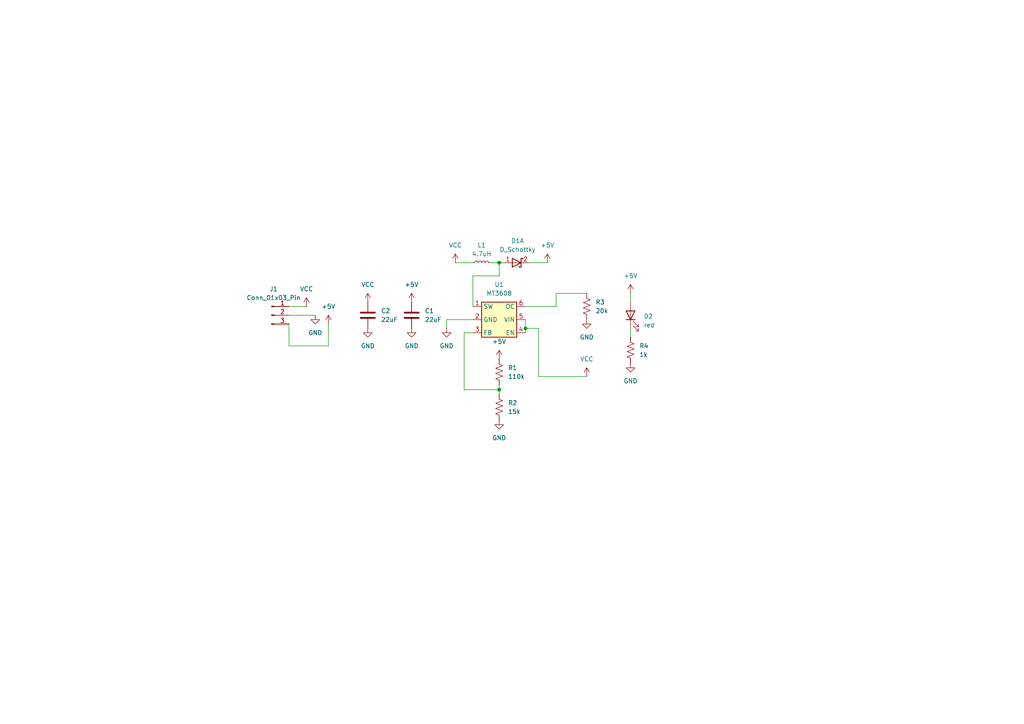
<source format=kicad_sch>
(kicad_sch (version 20250114) (generator "eeschema") (generator_version "9.0")
  (paper "A4")
  (lib_symbols
    (symbol "Connector:Conn_01x03_Pin" (pin_names (offset 1.016) (hide yes))
      (property "Reference" "J" (at 0 5.08 0))
      (property "Value" "Conn_01x03_Pin" (at 0 -5.08 0))
      (symbol "Conn_01x03_Pin_1_1"
        (rectangle (start 0.8636 2.667) (end 0 2.413) (stroke (width 0.1524)) (fill (type outline)))
        (rectangle (start 0.8636 0.127) (end 0 -0.127) (stroke (width 0.1524)) (fill (type outline)))
        (rectangle (start 0.8636 -2.413) (end 0 -2.667) (stroke (width 0.1524)) (fill (type outline)))
        (polyline (pts (xy 1.27 2.54) (xy 0.8636 2.54)) (stroke (width 0.1524)))
        (polyline (pts (xy 1.27 0) (xy 0.8636 0)) (stroke (width 0.1524)))
        (polyline (pts (xy 1.27 -2.54) (xy 0.8636 -2.54)) (stroke (width 0.1524)))
        (pin passive line (at 5.08 2.54 180) (length 3.81) (name "Pin_1") (number "1"))
        (pin passive line (at 5.08 0 180) (length 3.81) (name "Pin_2") (number "2"))
        (pin passive line (at 5.08 -2.54 180) (length 3.81) (name "Pin_3") (number "3"))
      )
    )
    (symbol "Device:C" (pin_numbers (hide yes)) (pin_names (offset 0.254))
      (property "Reference" "C" (at 0.635 2.54 0))
      (property "Value" "C" (at 0.635 -2.54 0))
      (symbol "C_0_1"
        (polyline (pts (xy -2.032 0.762) (xy 2.032 0.762)) (stroke (width 0.508)))
        (polyline (pts (xy -2.032 -0.762) (xy 2.032 -0.762)) (stroke (width 0.508)))
      )
      (symbol "C_1_1"
        (pin passive line (at 0 3.81 270) (length 2.794) (name "~") (number "1"))
        (pin passive line (at 0 -3.81 90) (length 2.794) (name "~") (number "2"))
      )
    )
    (symbol "Device:D_Schottky_Dual_CommonAnode_AKK_Split" (pin_names (offset 0.762) (hide yes))
      (property "Reference" "D" (at 0 2.54 0))
      (property "Value" "D_Schottky_Dual_CommonAnode_AKK_Split" (at 0 -2.54 0))
      (symbol "D_Schottky_Dual_CommonAnode_AKK_Split_0_1"
        (polyline (pts (xy -1.27 1.27) (xy 1.27 0) (xy -1.27 -1.27) (xy -1.27 1.27) (xy -1.27 1.27) (xy -1.27 1.27)) (stroke (width 0.254)))
        (polyline (pts (xy 1.27 0) (xy -1.27 0)))
        (polyline (pts (xy 1.778 1.016) (xy 1.778 1.27) (xy 1.27 1.27) (xy 1.27 -1.27) (xy 0.762 -1.27) (xy 0.762 -1.016)) (stroke (width 0.254)))
        (pin passive line (at -3.81 0 0) (length 2.54) (name "A") (number "1"))
      )
      (symbol "D_Schottky_Dual_CommonAnode_AKK_Split_1_1"
        (pin passive line (at 3.81 0 180) (length 2.54) (name "K") (number "2"))
      )
      (symbol "D_Schottky_Dual_CommonAnode_AKK_Split_2_1"
        (pin passive line (at 3.81 0 180) (length 2.54) (name "K") (number "3"))
      )
    )
    (symbol "Device:LED" (pin_numbers (hide yes)) (pin_names (offset 1.016) (hide yes))
      (property "Reference" "D" (at 0 2.54 0))
      (property "Value" "LED" (at 0 -2.54 0))
      (symbol "LED_0_1"
        (polyline (pts (xy -3.048 -0.762) (xy -4.572 -2.286) (xy -3.81 -2.286) (xy -4.572 -2.286) (xy -4.572 -1.524)))
        (polyline (pts (xy -1.778 -0.762) (xy -3.302 -2.286) (xy -2.54 -2.286) (xy -3.302 -2.286) (xy -3.302 -1.524)))
        (polyline (pts (xy -1.27 0) (xy 1.27 0)))
        (polyline (pts (xy -1.27 -1.27) (xy -1.27 1.27)) (stroke (width 0.254)))
        (polyline (pts (xy 1.27 -1.27) (xy 1.27 1.27) (xy -1.27 0) (xy 1.27 -1.27)) (stroke (width 0.254)))
      )
      (symbol "LED_1_1"
        (pin passive line (at -3.81 0 0) (length 2.54) (name "K") (number "1"))
        (pin passive line (at 3.81 0 180) (length 2.54) (name "A") (number "2"))
      )
    )
    (symbol "Device:L_Small" (pin_numbers (hide yes)) (pin_names (offset 0.254) (hide yes))
      (property "Reference" "L" (at 0.762 1.016 0))
      (property "Value" "L_Small" (at 0.762 -1.016 0))
      (symbol "L_Small_0_1"
        (arc (start 0 2.032) (mid 0.5058 1.524) (end 0 1.016))
        (arc (start 0 1.016) (mid 0.5058 0.508) (end 0 0))
        (arc (start 0 0) (mid 0.5058 -0.508) (end 0 -1.016))
        (arc (start 0 -1.016) (mid 0.5058 -1.524) (end 0 -2.032))
      )
      (symbol "L_Small_1_1"
        (pin passive line (at 0 2.54 270) (length 0.508) (name "~") (number "1"))
        (pin passive line (at 0 -2.54 90) (length 0.508) (name "~") (number "2"))
      )
    )
    (symbol "Device:R_US" (pin_numbers (hide yes)) (pin_names (offset 0))
      (property "Reference" "R" (at 2.54 0 90))
      (property "Value" "R_US" (at -2.54 0 90))
      (symbol "R_US_0_1"
        (polyline (pts (xy 0 2.286) (xy 0 2.54)))
        (polyline (pts (xy 0 2.286) (xy 1.016 1.905) (xy 0 1.524) (xy -1.016 1.143) (xy 0 0.762)))
        (polyline (pts (xy 0 0.762) (xy 1.016 0.381) (xy 0 0) (xy -1.016 -0.381) (xy 0 -0.762)))
        (polyline (pts (xy 0 -0.762) (xy 1.016 -1.143) (xy 0 -1.524) (xy -1.016 -1.905) (xy 0 -2.286)))
        (polyline (pts (xy 0 -2.286) (xy 0 -2.54)))
      )
      (symbol "R_US_1_1"
        (pin passive line (at 0 3.81 270) (length 1.27) (name "~") (number "1"))
        (pin passive line (at 0 -3.81 90) (length 1.27) (name "~") (number "2"))
      )
    )
    (symbol "Regulator_Switching:MT3608"
      (property "Reference" "U" (at -2.54 8.89 0))
      (property "Value" "MT3608" (at -3.81 6.35 0))
      (symbol "MT3608_0_1"
        (rectangle (start -5.08 5.08) (end 5.08 -5.08) (stroke (width 0.254)) (fill (type background)))
      )
      (symbol "MT3608_1_1"
        (pin input line (at -7.62 3.81 0) (length 2.54) (name "SW") (number "1"))
        (pin input line (at -7.62 0 0) (length 2.54) (name "GND") (number "2"))
        (pin input line (at -7.62 -3.81 0) (length 2.54) (name "FB") (number "3"))
        (pin no_connect line (at 5.08 0 180) (length 2.54) (hide yes) (name "NC") (number "6"))
        (pin input line (at 7.62 3.81 180) (length 2.54) (name "OC") (number "6"))
        (pin input line (at 7.62 0 180) (length 2.54) (name "VIN") (number "5"))
        (pin input line (at 7.62 -3.81 180) (length 2.54) (name "EN") (number "4"))
      )
    )
    (symbol "power:+5V" (power) (pin_numbers (hide yes)) (pin_names (offset 0) (hide yes))
      (property "Value" "+5V" (at 0 3.556 0))
      (symbol "+5V_0_1"
        (polyline (pts (xy -0.762 1.27) (xy 0 2.54)))
        (polyline (pts (xy 0 2.54) (xy 0.762 1.27)))
        (polyline (pts (xy 0 0) (xy 0 2.54)))
      )
      (symbol "+5V_1_1"
        (pin power_in line (at 0 0 90) (length 0) (name "~") (number "1"))
      )
    )
    (symbol "power:GND" (power) (pin_numbers (hide yes)) (pin_names (offset 0) (hide yes))
      (property "Value" "GND" (at 0 -3.81 0))
      (symbol "GND_0_1"
        (polyline (pts (xy 0 0) (xy 0 -1.27) (xy 1.27 -1.27) (xy 0 -2.54) (xy -1.27 -1.27) (xy 0 -1.27)))
      )
      (symbol "GND_1_1"
        (pin power_in line (at 0 0 270) (length 0) (name "~") (number "1"))
      )
    )
    (symbol "power:VCC" (power) (pin_numbers (hide yes)) (pin_names (offset 0) (hide yes))
      (property "Value" "VCC" (at 0 3.556 0))
      (symbol "VCC_0_1"
        (polyline (pts (xy -0.762 1.27) (xy 0 2.54)))
        (polyline (pts (xy 0 2.54) (xy 0.762 1.27)))
        (polyline (pts (xy 0 0) (xy 0 2.54)))
      )
      (symbol "VCC_1_1"
        (pin power_in line (at 0 0 90) (length 0) (name "~") (number "1"))
      )
    )
  )
  (junction (at 144.78 113.03))
  (junction (at 144.78 76.2))
  (junction (at 152.4 95.25))
  (wire (pts (xy 144.78 76.2) (xy 146.05 76.2)))
  (wire (pts (xy 83.82 91.44) (xy 91.44 91.44)))
  (wire (pts (xy 152.4 95.25) (xy 152.4 96.52)))
  (wire (pts (xy 144.78 80.01) (xy 144.78 76.2)))
  (wire (pts (xy 132.08 76.2) (xy 137.16 76.2)))
  (wire (pts (xy 152.4 92.71) (xy 152.4 95.25)))
  (wire (pts (xy 137.16 92.71) (xy 129.54 92.71)))
  (wire (pts (xy 182.88 95.25) (xy 182.88 97.79)))
  (wire (pts (xy 144.78 113.03) (xy 134.62 113.03)))
  (wire (pts (xy 156.21 95.25) (xy 156.21 109.22)))
  (wire (pts (xy 137.16 88.9) (xy 137.16 80.01)))
  (wire (pts (xy 95.25 100.33) (xy 95.25 93.98)))
  (wire (pts (xy 144.78 111.76) (xy 144.78 113.03)))
  (wire (pts (xy 83.82 100.33) (xy 95.25 100.33)))
  (wire (pts (xy 182.88 85.09) (xy 182.88 87.63)))
  (wire (pts (xy 156.21 109.22) (xy 170.18 109.22)))
  (wire (pts (xy 129.54 92.71) (xy 129.54 95.25)))
  (wire (pts (xy 142.24 76.2) (xy 144.78 76.2)))
  (wire (pts (xy 153.67 76.2) (xy 158.75 76.2)))
  (wire (pts (xy 156.21 95.25) (xy 152.4 95.25)))
  (wire (pts (xy 83.82 88.9) (xy 88.9 88.9)))
  (wire (pts (xy 134.62 113.03) (xy 134.62 96.52)))
  (wire (pts (xy 161.29 85.09) (xy 161.29 88.9)))
  (wire (pts (xy 83.82 93.98) (xy 83.82 100.33)))
  (wire (pts (xy 161.29 88.9) (xy 152.4 88.9)))
  (wire (pts (xy 144.78 113.03) (xy 144.78 114.3)))
  (wire (pts (xy 137.16 80.01) (xy 144.78 80.01)))
  (wire (pts (xy 134.62 96.52) (xy 137.16 96.52)))
  (wire (pts (xy 170.18 85.09) (xy 161.29 85.09)))
  (symbol (lib_id "power:VCC") (at 106.68 87.63 0) (unit 1)
    (property "Reference" "#PWR05" (effects (hide yes)))
    (property "Value" "VCC" (at 106.68 82.55 0))
    (property "Description" "Power symbol creates a global label with name \"VCC\"" (effects (hide yes)))
  )
  (symbol (lib_id "power:GND") (at 119.38 95.25 0) (unit 1)
    (property "Reference" "#PWR09" (effects (hide yes)))
    (property "Value" "GND" (at 119.38 100.33 0))
    (property "Description" "Power symbol creates a global label with name \"GND\" , ground" (effects (hide yes)))
  )
  (symbol (lib_id "power:GND") (at 144.78 121.92 0) (unit 1)
    (property "Reference" "#PWR014" (effects (hide yes)))
    (property "Value" "GND" (at 144.78 127 0))
    (property "Description" "Power symbol creates a global label with name \"GND\" , ground" (effects (hide yes)))
  )
  (symbol (lib_id "power:VCC") (at 88.9 88.9 0) (unit 1)
    (property "Reference" "#PWR06" (effects (hide yes)))
    (property "Value" "VCC" (at 88.9 83.82 0))
    (property "Description" "Power symbol creates a global label with name \"VCC\"" (effects (hide yes)))
  )
  (symbol (lib_id "Device:R_US") (at 170.18 88.9 0) (unit 1)
    (property "Reference" "R3" (at 172.72 87.6299 0) (effects (justify left)))
    (property "Value" "20k" (at 172.72 90.1699 0) (effects (justify left)))
    (property "Footprint" "Resistor_SMD:R_0805_2012Metric_Pad1.20x1.40mm_HandSolder" (effects (hide yes)))
    (property "Description" "Resistor, US symbol" (effects (hide yes)))
  )
  (symbol (lib_id "Device:LED") (at 182.88 91.44 90) (unit 1)
    (property "Reference" "D2" (at 186.69 91.7574 90) (effects (justify right)))
    (property "Value" "red" (at 186.69 94.2974 90) (effects (justify right)))
    (property "Footprint" "LED_THT:LED_D2.0mm_W4.8mm_H2.5mm_FlatTop" (effects (hide yes)))
    (property "Description" "Light emitting diode" (effects (hide yes)))
    (property "Sim.Pins" "1=K 2=A" (effects (hide yes)))
  )
  (symbol (lib_id "power:+5V") (at 158.75 76.2 0) (unit 1)
    (property "Reference" "#PWR03" (effects (hide yes)))
    (property "Value" "+5V" (at 158.75 71.12 0))
    (property "Description" "Power symbol creates a global label with name \"+5V\"" (effects (hide yes)))
  )
  (symbol (lib_id "Regulator_Switching:MT3608") (at 144.78 92.71 0) (unit 1)
    (property "Reference" "U1" (at 144.78 82.55 0))
    (property "Value" "MT3608" (at 144.78 85.09 0))
    (property "Footprint" "Package_TO_SOT_SMD:SOT-23-6" (effects (hide yes)))
    (property "Datasheet" "https://www.olimex.com/Products/Breadboarding/BB-PWR-3608/resources/MT3608.pdf" (effects (hide yes)))
    (property "Description" "High Efficiency 1.2MHz 2A Step Up Converter, 2-24V Vin, 28V Vout, 4A current limit, 1.2MHz, SOT23-6" (effects (hide yes)))
  )
  (symbol (lib_id "power:VCC") (at 132.08 76.2 0) (unit 1)
    (property "Reference" "#PWR08" (effects (hide yes)))
    (property "Value" "VCC" (at 132.08 71.12 0))
    (property "Description" "Power symbol creates a global label with name \"VCC\"" (effects (hide yes)))
  )
  (symbol (lib_id "power:+5V") (at 182.88 85.09 0) (unit 1)
    (property "Reference" "#PWR04" (effects (hide yes)))
    (property "Value" "+5V" (at 182.88 80.01 0))
    (property "Description" "Power symbol creates a global label with name \"+5V\"" (effects (hide yes)))
  )
  (symbol (lib_id "Device:C") (at 106.68 91.44 0) (unit 1)
    (property "Reference" "C2" (at 110.49 90.1699 0) (effects (justify left)))
    (property "Value" "22uF" (at 110.49 92.7099 0) (effects (justify left)))
    (property "Footprint" "Capacitor_SMD:CP_Elec_8x6.2" (effects (hide yes)))
    (property "Description" "Unpolarized capacitor" (effects (hide yes)))
  )
  (symbol (lib_id "power:GND") (at 170.18 92.71 0) (unit 1)
    (property "Reference" "#PWR013" (effects (hide yes)))
    (property "Value" "GND" (at 170.18 97.79 0))
    (property "Description" "Power symbol creates a global label with name \"GND\" , ground" (effects (hide yes)))
  )
  (symbol (lib_id "Device:L_Small") (at 139.7 76.2 90) (unit 1)
    (property "Reference" "L1" (at 139.7 71.12 90))
    (property "Value" "4.7uH" (at 139.7 73.66 90))
    (property "Footprint" "Inductor_SMD:L_1206_3216Metric" (effects (hide yes)))
    (property "Description" "Inductor, small symbol" (effects (hide yes)))
  )
  (symbol (lib_id "Connector:Conn_01x03_Pin") (at 78.74 91.44 0) (unit 1)
    (property "Reference" "J1" (at 79.375 83.82 0))
    (property "Value" "Conn_01x03_Pin" (at 79.375 86.36 0))
    (property "Footprint" "Connector_PinSocket_2.54mm:PinSocket_1x03_P2.54mm_Vertical" (effects (hide yes)))
    (property "Description" "Generic connector, single row, 01x03, script generated" (effects (hide yes)))
  )
  (symbol (lib_id "Device:D_Schottky_Dual_CommonAnode_AKK_Split") (at 149.86 76.2 0) (unit 1)
    (property "Reference" "D1" (at 150.114 69.85 0))
    (property "Value" "D_Schottky" (at 150.114 72.39 0))
    (property "Footprint" "Diode_SMD:D_3220_8050Metric_Pad2.65x5.15mm_HandSolder" (effects (hide yes)))
    (property "Description" "Dual Schottky diode, common anode on pin 1" (effects (hide yes)))
  )
  (symbol (lib_id "power:GND") (at 91.44 91.44 0) (unit 1)
    (property "Reference" "#PWR015" (effects (hide yes)))
    (property "Value" "GND" (at 91.44 96.52 0))
    (property "Description" "Power symbol creates a global label with name \"GND\" , ground" (effects (hide yes)))
  )
  (symbol (lib_id "power:GND") (at 182.88 105.41 0) (unit 1)
    (property "Reference" "#PWR012" (effects (hide yes)))
    (property "Value" "GND" (at 182.88 110.49 0))
    (property "Description" "Power symbol creates a global label with name \"GND\" , ground" (effects (hide yes)))
  )
  (symbol (lib_id "Device:R_US") (at 144.78 118.11 0) (unit 1)
    (property "Reference" "R2" (at 147.32 116.8399 0) (effects (justify left)))
    (property "Value" "15k" (at 147.32 119.3799 0) (effects (justify left)))
    (property "Footprint" "Resistor_SMD:R_0805_2012Metric_Pad1.20x1.40mm_HandSolder" (effects (hide yes)))
    (property "Description" "Resistor, US symbol" (effects (hide yes)))
  )
  (symbol (lib_id "power:+5V") (at 119.38 87.63 0) (unit 1)
    (property "Reference" "#PWR02" (effects (hide yes)))
    (property "Value" "+5V" (at 119.38 82.55 0))
    (property "Description" "Power symbol creates a global label with name \"+5V\"" (effects (hide yes)))
  )
  (symbol (lib_id "Device:R_US") (at 182.88 101.6 0) (unit 1)
    (property "Reference" "R4" (at 185.42 100.3299 0) (effects (justify left)))
    (property "Value" "1k" (at 185.42 102.8699 0) (effects (justify left)))
    (property "Footprint" "Resistor_SMD:R_0805_2012Metric_Pad1.20x1.40mm_HandSolder" (effects (hide yes)))
    (property "Description" "Resistor, US symbol" (effects (hide yes)))
  )
  (symbol (lib_id "power:VCC") (at 170.18 109.22 0) (unit 1)
    (property "Reference" "#PWR07" (effects (hide yes)))
    (property "Value" "VCC" (at 170.18 104.14 0))
    (property "Description" "Power symbol creates a global label with name \"VCC\"" (effects (hide yes)))
  )
  (symbol (lib_id "Device:C") (at 119.38 91.44 0) (unit 1)
    (property "Reference" "C1" (at 123.19 90.1699 0) (effects (justify left)))
    (property "Value" "22uF" (at 123.19 92.7099 0) (effects (justify left)))
    (property "Footprint" "Capacitor_SMD:CP_Elec_8x6.2" (effects (hide yes)))
    (property "Description" "Unpolarized capacitor" (effects (hide yes)))
  )
  (symbol (lib_id "power:GND") (at 129.54 95.25 0) (unit 1)
    (property "Reference" "#PWR011" (effects (hide yes)))
    (property "Value" "GND" (at 129.54 100.33 0))
    (property "Description" "Power symbol creates a global label with name \"GND\" , ground" (effects (hide yes)))
  )
  (symbol (lib_id "Device:R_US") (at 144.78 107.95 0) (unit 1)
    (property "Reference" "R1" (at 147.32 106.6799 0) (effects (justify left)))
    (property "Value" "110k" (at 147.32 109.2199 0) (effects (justify left)))
    (property "Footprint" "Resistor_SMD:R_0805_2012Metric_Pad1.20x1.40mm_HandSolder" (effects (hide yes)))
    (property "Description" "Resistor, US symbol" (effects (hide yes)))
  )
  (symbol (lib_id "power:+5V") (at 144.78 104.14 0) (unit 1)
    (property "Reference" "#PWR01" (effects (hide yes)))
    (property "Value" "+5V" (at 144.78 99.06 0))
    (property "Description" "Power symbol creates a global label with name \"+5V\"" (effects (hide yes)))
  )
  (symbol (lib_id "power:GND") (at 106.68 95.25 0) (unit 1)
    (property "Reference" "#PWR010" (effects (hide yes)))
    (property "Value" "GND" (at 106.68 100.33 0))
    (property "Description" "Power symbol creates a global label with name \"GND\" , ground" (effects (hide yes)))
  )
  (symbol (lib_id "power:+5V") (at 95.25 93.98 0) (unit 1)
    (property "Reference" "#PWR016" (effects (hide yes)))
    (property "Value" "+5V" (at 95.25 88.9 0))
    (property "Description" "Power symbol creates a global label with name \"+5V\"" (effects (hide yes)))
  )
)
</source>
